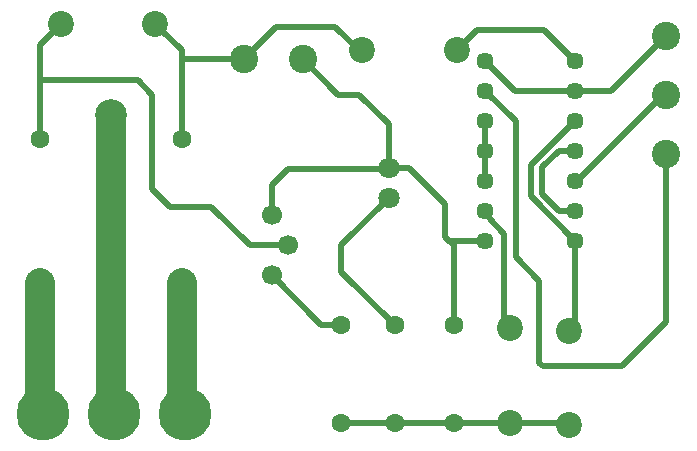
<source format=gbr>
%TF.GenerationSoftware,Altium Limited,Altium Designer,20.2.4 (192)*%
G04 Layer_Physical_Order=2*
G04 Layer_Color=16711680*
%FSLAX45Y45*%
%MOMM*%
%TF.SameCoordinates,BA2C786E-012B-4E8B-A1C9-5229AEE0ABBE*%
%TF.FilePolarity,Positive*%
%TF.FileFunction,Copper,L2,Bot,Signal*%
%TF.Part,Single*%
G01*
G75*
%TA.AperFunction,ComponentPad*%
%ADD10C,2.20000*%
%ADD11C,2.40000*%
%ADD12C,1.45000*%
%ADD13C,1.60000*%
%ADD14C,1.80000*%
%ADD15C,1.70000*%
%ADD16C,2.68000*%
%ADD17C,4.50000*%
%TA.AperFunction,Conductor*%
%ADD18C,0.50000*%
%ADD19C,2.50000*%
D10*
X3800400Y-525000D02*
D03*
X3000000D02*
D03*
X4250000Y-2875000D02*
D03*
Y-3675400D02*
D03*
X4750000Y-3700000D02*
D03*
Y-2899600D02*
D03*
X449600Y-300000D02*
D03*
X1250000D02*
D03*
D11*
X5575000Y-1400000D02*
D03*
Y-900000D02*
D03*
Y-400000D02*
D03*
X2000000Y-600000D02*
D03*
X2500000D02*
D03*
D12*
X4806000Y-613000D02*
D03*
Y-867000D02*
D03*
Y-1121000D02*
D03*
Y-1375000D02*
D03*
Y-1629000D02*
D03*
Y-1883000D02*
D03*
Y-2137000D02*
D03*
X4044000D02*
D03*
Y-1883000D02*
D03*
Y-1629000D02*
D03*
Y-1375000D02*
D03*
Y-1121000D02*
D03*
Y-867000D02*
D03*
Y-613000D02*
D03*
D13*
X3775000Y-2850000D02*
D03*
Y-3678000D02*
D03*
X3275000Y-3675000D02*
D03*
Y-2847000D02*
D03*
X2825000Y-3675000D02*
D03*
Y-2847000D02*
D03*
X275000Y-1275000D02*
D03*
X1475000D02*
D03*
X275000Y-2495000D02*
D03*
X1475000D02*
D03*
D14*
X3225000Y-1521000D02*
D03*
Y-1775000D02*
D03*
D15*
X2235300Y-2429000D02*
D03*
X2375000Y-2175000D02*
D03*
X2235300Y-1921000D02*
D03*
D16*
X875000Y-1075000D02*
D03*
D17*
X1500000Y-3600000D02*
D03*
X900000D02*
D03*
X300000D02*
D03*
D18*
X4250000Y-2875000D02*
Y-2828998D01*
X4200000Y-2778999D02*
X4250000Y-2828998D01*
X4080298Y-1955298D02*
X4200000Y-2075000D01*
Y-2778999D02*
Y-2075000D01*
X4300000Y-2275000D02*
Y-1123000D01*
X5575000Y-1400000D02*
X5600000Y-1425000D01*
X4044000Y-867000D02*
X4300000Y-1123000D01*
X5575000Y-2825000D02*
Y-1425000D01*
X4044000Y-1908707D02*
X4080298Y-1945004D01*
X4044000Y-1908707D02*
Y-1883000D01*
X4300000Y-2275000D02*
X4500000Y-2475000D01*
X4080298Y-1955298D02*
Y-1945004D01*
X2235300Y-2429000D02*
X2653300Y-2847000D01*
X2822000D01*
X2825000Y-2850000D01*
X2230150Y-2434150D02*
X2235301Y-2428999D01*
X4725400Y-3675400D02*
X4750000Y-3700000D01*
X4725000Y-3675000D02*
X4750000Y-3650000D01*
X4250000Y-3675400D02*
X4725400D01*
X4249800Y-3675200D02*
X4249800D01*
X4250000Y-3675400D01*
X4247000Y-3678000D02*
X4249800Y-3675200D01*
X4250000Y-3675000D01*
X4225000Y-3650400D02*
X4249800Y-3675200D01*
X3775000Y-3678000D02*
X4247000D01*
X3773500Y-3676500D02*
X3775000Y-3675000D01*
X3276500Y-3676500D02*
X3773500D01*
X3275000Y-3675000D02*
X3276500Y-3676500D01*
X2825000Y-3675000D02*
X3275000D01*
X1250000Y-350000D02*
X1300000D01*
X1475000Y-525000D01*
Y-600000D02*
Y-525000D01*
Y-600000D02*
X2000000D01*
X1475000Y-1275000D02*
Y-600000D01*
X2000000D02*
X2275000Y-325000D01*
X2775000D01*
X2975000Y-525000D01*
X3000000D01*
X449600Y-300000D02*
X450000D01*
X275000Y-474600D02*
X449600Y-300000D01*
X275000Y-775000D02*
Y-474600D01*
Y-1275000D02*
Y-775000D01*
X1100000D01*
X1225000Y-900000D01*
Y-1700000D02*
Y-900000D01*
Y-1700000D02*
X1375000Y-1850000D01*
X1725000D01*
X2050000Y-2175000D01*
X2375000D01*
X4750000Y-2900000D02*
Y-2899600D01*
Y-2868481D01*
X4806000Y-2812481D01*
Y-2137000D01*
X4806000D02*
X4806000D01*
X4429999Y-1760999D02*
X4806000Y-2137000D01*
X4429999Y-1760999D02*
Y-1495000D01*
X4803999Y-1121000D01*
X4806000D01*
X3800000Y-525000D02*
X3800400D01*
X3975400Y-350000D01*
X4543000D01*
X4806000Y-613000D01*
X4044000D02*
X4298000Y-867000D01*
X4792000D01*
X4806000D02*
X4814500Y-858500D01*
X4792000Y-867000D02*
X4800000Y-875000D01*
X4806000Y-867000D02*
X5108000D01*
X5575000Y-400000D01*
X4500000Y-3170710D02*
Y-2475000D01*
Y-3170710D02*
X4529289Y-3200000D01*
X5200000D01*
X5575000Y-2825000D01*
X4044000Y-1369000D02*
Y-1121000D01*
Y-1369000D02*
X4050000Y-1375000D01*
X4044000Y-1619000D02*
Y-1375000D01*
Y-1619000D02*
X4050000Y-1625000D01*
X3737000Y-2137000D02*
X4044000D01*
X3737000D02*
X3775000Y-2175000D01*
Y-2850000D02*
Y-2175000D01*
X3700000Y-2100000D02*
X3737000Y-2137000D01*
X3700000Y-2100000D02*
Y-1825000D01*
X3396000Y-1521000D02*
X3700000Y-1825000D01*
X3225001Y-1521000D02*
X3396000D01*
X3225000Y-1525000D02*
X3225000Y-1525000D01*
Y-1521001D01*
X3220999Y-1524997D02*
X3223001Y-1522998D01*
X3225000Y-1521001D01*
Y-1521000D02*
Y-1150000D01*
X2375001Y-1524997D02*
X3220999D01*
X2975000Y-900000D02*
X3225000Y-1150000D01*
X2235301Y-1664697D02*
X2375001Y-1524997D01*
X2800000Y-900000D02*
X2975000D01*
X2235301Y-1920999D02*
Y-1664697D01*
X2500000Y-600000D02*
X2800000Y-900000D01*
X4665137Y-1883000D02*
X4806000D01*
X4525000Y-1742863D02*
X4665137Y-1883000D01*
X4525000Y-1742863D02*
Y-1513137D01*
X4663137Y-1375000D01*
X4806000D01*
X4806002Y-1374997D01*
X4806000Y-1629000D02*
X4823048D01*
X5552048Y-900000D01*
X5575000D01*
X2825000Y-2175000D02*
X3225000Y-1775000D01*
X2825000Y-2175000D02*
Y-2175000D01*
Y-2397000D02*
Y-2175000D01*
Y-2397000D02*
X3275000Y-2847000D01*
D19*
X1475000Y-3575000D02*
Y-2495000D01*
Y-3575000D02*
X1500000Y-3600000D01*
X875000Y-3575000D02*
Y-1075000D01*
Y-3575000D02*
X900000Y-3600000D01*
X275000Y-3600000D02*
Y-2495000D01*
Y-3600000D02*
X300000Y-3625000D01*
%TF.MD5,b416b8902ce2750a99128b6efd45356f*%
M02*

</source>
